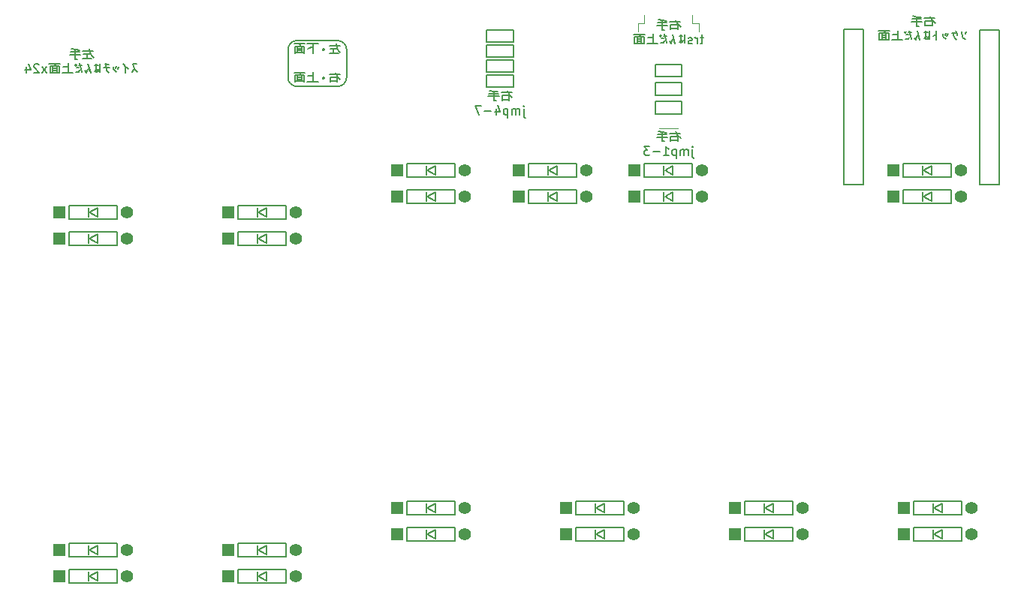
<source format=gbr>
%TF.GenerationSoftware,KiCad,Pcbnew,7.0.1*%
%TF.CreationDate,2025-02-28T04:26:42+09:00*%
%TF.ProjectId,bonyo4xs,626f6e79-6f34-4787-932e-6b696361645f,rev?*%
%TF.SameCoordinates,Original*%
%TF.FileFunction,Legend,Bot*%
%TF.FilePolarity,Positive*%
%FSLAX46Y46*%
G04 Gerber Fmt 4.6, Leading zero omitted, Abs format (unit mm)*
G04 Created by KiCad (PCBNEW 7.0.1) date 2025-02-28 04:26:42*
%MOMM*%
%LPD*%
G01*
G04 APERTURE LIST*
%ADD10C,0.150000*%
%ADD11C,0.120000*%
%ADD12R,1.397000X1.397000*%
%ADD13C,1.397000*%
G04 APERTURE END LIST*
D10*
X74700000Y-10100000D02*
X77700000Y-10100000D01*
X77700000Y-11500000D01*
X74700000Y-11500000D01*
X74700000Y-10100000D01*
X74700000Y-5900000D02*
X77700000Y-5900000D01*
X77700000Y-7300000D01*
X74700000Y-7300000D01*
X74700000Y-5900000D01*
X33300000Y-7400000D02*
G75*
G03*
X34300000Y-8400000I1000000J0D01*
G01*
X55700000Y-2000000D02*
X58700000Y-2000000D01*
X58700000Y-3400000D01*
X55700000Y-3400000D01*
X55700000Y-2000000D01*
X33300000Y-7400000D02*
X33300000Y-4228122D01*
X34300000Y-3228100D02*
G75*
G03*
X33300000Y-4228122I0J-1000000D01*
G01*
X39899978Y-4228122D02*
G75*
G03*
X38900000Y-3228122I-999978J22D01*
G01*
X55700000Y-5400000D02*
X58700000Y-5400000D01*
X58700000Y-6800000D01*
X55700000Y-6800000D01*
X55700000Y-5400000D01*
X111300000Y-2000000D02*
X113500000Y-2000000D01*
X113500000Y-19500000D01*
X111300000Y-19500000D01*
X111300000Y-2000000D01*
X55700000Y-3700000D02*
X58700000Y-3700000D01*
X58700000Y-5100000D01*
X55700000Y-5100000D01*
X55700000Y-3700000D01*
X55700000Y-7100000D02*
X58700000Y-7100000D01*
X58700000Y-8500000D01*
X55700000Y-8500000D01*
X55700000Y-7100000D01*
X74700000Y-8000000D02*
X77700000Y-8000000D01*
X77700000Y-9400000D01*
X74700000Y-9400000D01*
X74700000Y-8000000D01*
X39900000Y-4228122D02*
X39900000Y-7400000D01*
X34300000Y-3228122D02*
X38900000Y-3228122D01*
X96000000Y-1950000D02*
X98200000Y-1950000D01*
X98200000Y-19450000D01*
X96000000Y-19450000D01*
X96000000Y-1950000D01*
X38900000Y-8400000D02*
G75*
G03*
X39900000Y-7400000I0J1000000D01*
G01*
X38900000Y-8400000D02*
X34300000Y-8400000D01*
X11333332Y-4400476D02*
X10142856Y-4400476D01*
X10999999Y-4733809D02*
X10238094Y-4733809D01*
X11142856Y-5257619D02*
X10142856Y-5257619D01*
X10619047Y-4733809D02*
X10619047Y-5257619D01*
X10904761Y-4162380D02*
X10999999Y-4686190D01*
X10999999Y-4686190D02*
X11190475Y-5019523D01*
X11190475Y-5019523D02*
X11380951Y-5210000D01*
X9809523Y-4495714D02*
X8761904Y-4495714D01*
X9904761Y-4829047D02*
X8666666Y-4829047D01*
X8857142Y-4162380D02*
X9333333Y-4257619D01*
X9333333Y-4257619D02*
X9761904Y-4305238D01*
X9285714Y-4257619D02*
X9285714Y-5305238D01*
X9285714Y-5305238D02*
X9571428Y-5305238D01*
X16261903Y-5877619D02*
X15833332Y-5877619D01*
X15833332Y-5877619D02*
X15880951Y-6163333D01*
X15880951Y-6163333D02*
X15976189Y-6353809D01*
X15976189Y-6353809D02*
X16071427Y-6496666D01*
X16071427Y-6496666D02*
X16166665Y-6639523D01*
X16166665Y-6639523D02*
X16309522Y-6782380D01*
X15976189Y-6401428D02*
X15880951Y-6544285D01*
X15880951Y-6544285D02*
X15738094Y-6782380D01*
X14928570Y-6163333D02*
X14928570Y-6877619D01*
X14690475Y-5830000D02*
X14785713Y-5972857D01*
X14785713Y-5972857D02*
X14928570Y-6163333D01*
X14928570Y-6163333D02*
X15119046Y-6306190D01*
X15119046Y-6306190D02*
X15261903Y-6401428D01*
X14166665Y-6163333D02*
X14071427Y-6401428D01*
X13928570Y-6115714D02*
X13880951Y-6353809D01*
X13642856Y-6163333D02*
X13642856Y-6401428D01*
X13642856Y-6401428D02*
X13690475Y-6544285D01*
X13690475Y-6544285D02*
X13833332Y-6687142D01*
X13833332Y-6687142D02*
X13976189Y-6782380D01*
X13166665Y-6258571D02*
X12499999Y-6258571D01*
X12642856Y-5830000D02*
X12738094Y-5877619D01*
X12738094Y-5877619D02*
X12880951Y-5925238D01*
X12880951Y-5925238D02*
X13071427Y-5972857D01*
X12785713Y-5925238D02*
X12785713Y-6210952D01*
X12785713Y-6210952D02*
X12833332Y-6401428D01*
X12833332Y-6401428D02*
X12880951Y-6591904D01*
X12880951Y-6591904D02*
X12928570Y-6687142D01*
X12928570Y-6687142D02*
X13071427Y-6830000D01*
X11880951Y-6020476D02*
X11499999Y-6020476D01*
X11642856Y-5830000D02*
X11642856Y-6782380D01*
X11642856Y-6782380D02*
X11880951Y-6734761D01*
X11880951Y-6734761D02*
X11880951Y-6544285D01*
X11880951Y-6544285D02*
X11738094Y-6496666D01*
X11738094Y-6496666D02*
X11499999Y-6687142D01*
X12071427Y-5830000D02*
X12119046Y-6115714D01*
X12119046Y-6115714D02*
X12119046Y-6401428D01*
X12119046Y-6401428D02*
X12071427Y-6782380D01*
X12071427Y-6782380D02*
X12023808Y-6449047D01*
X10738094Y-5830000D02*
X11023808Y-6877619D01*
X11023808Y-6877619D02*
X10785713Y-6401428D01*
X10785713Y-6401428D02*
X10690475Y-6401428D01*
X10690475Y-6401428D02*
X10595237Y-6877619D01*
X10595237Y-6877619D02*
X10547618Y-6877619D01*
X10547618Y-6877619D02*
X10404761Y-6639523D01*
X10023808Y-6020476D02*
X9690475Y-6020476D01*
X9785713Y-5782380D02*
X10023808Y-6782380D01*
X9738094Y-6258571D02*
X9452380Y-6258571D01*
X9785713Y-6544285D02*
X9690475Y-6782380D01*
X9690475Y-6782380D02*
X9404761Y-6782380D01*
X9499999Y-5925238D02*
X9404761Y-6068095D01*
X9357142Y-5877619D02*
X9261904Y-6020476D01*
X8499999Y-6210952D02*
X7928570Y-6210952D01*
X9071427Y-6877619D02*
X7833332Y-6877619D01*
X8499999Y-5782380D02*
X8499999Y-6877619D01*
X7595237Y-5830000D02*
X6357142Y-5830000D01*
X7214285Y-6353809D02*
X6738095Y-6353809D01*
X7214285Y-6591904D02*
X6738095Y-6591904D01*
X7499999Y-6830000D02*
X6452380Y-6830000D01*
X7499999Y-6115714D02*
X7499999Y-6877619D01*
X7214285Y-6115714D02*
X7214285Y-6830000D01*
X6738095Y-6115714D02*
X6738095Y-6830000D01*
X7499999Y-6115714D02*
X6452380Y-6115714D01*
X6452380Y-6115714D02*
X6452380Y-6877619D01*
X6976190Y-5830000D02*
X7071428Y-6068095D01*
X6071428Y-6877619D02*
X5547619Y-6210952D01*
X6071428Y-6210952D02*
X5547619Y-6877619D01*
X5214285Y-5972857D02*
X5166666Y-5925238D01*
X5166666Y-5925238D02*
X5071428Y-5877619D01*
X5071428Y-5877619D02*
X4833333Y-5877619D01*
X4833333Y-5877619D02*
X4738095Y-5925238D01*
X4738095Y-5925238D02*
X4690476Y-5972857D01*
X4690476Y-5972857D02*
X4642857Y-6068095D01*
X4642857Y-6068095D02*
X4642857Y-6163333D01*
X4642857Y-6163333D02*
X4690476Y-6306190D01*
X4690476Y-6306190D02*
X5261904Y-6877619D01*
X5261904Y-6877619D02*
X4642857Y-6877619D01*
X3785714Y-6210952D02*
X3785714Y-6877619D01*
X4023809Y-5830000D02*
X4261904Y-6544285D01*
X4261904Y-6544285D02*
X3642857Y-6544285D01*
X106233332Y-700476D02*
X105042856Y-700476D01*
X105947618Y-1510000D02*
X105138094Y-1510000D01*
X105947618Y-986190D02*
X105947618Y-1557619D01*
X105995237Y-1033809D02*
X105138094Y-1033809D01*
X105138094Y-1033809D02*
X105138094Y-1557619D01*
X105947618Y-938571D02*
X106280951Y-1271904D01*
X105709523Y-510000D02*
X105995237Y-1033809D01*
X104709523Y-795714D02*
X103661904Y-795714D01*
X104804761Y-1129047D02*
X103566666Y-1129047D01*
X103757142Y-462380D02*
X104233333Y-557619D01*
X104233333Y-557619D02*
X104661904Y-605238D01*
X104185714Y-557619D02*
X104185714Y-1605238D01*
X104185714Y-1605238D02*
X104471428Y-1605238D01*
X109804760Y-2177619D02*
X109709522Y-2463333D01*
X109280951Y-2177619D02*
X109280951Y-2463333D01*
X109280951Y-2463333D02*
X109328570Y-2653809D01*
X109328570Y-2653809D02*
X109376189Y-2796666D01*
X109376189Y-2796666D02*
X109471427Y-2939523D01*
X109471427Y-2939523D02*
X109709522Y-3082380D01*
X108661903Y-2415714D02*
X108138094Y-2415714D01*
X108614284Y-2082380D02*
X108661903Y-2272857D01*
X108661903Y-2272857D02*
X108757141Y-2510952D01*
X108757141Y-2510952D02*
X108804760Y-2653809D01*
X108376189Y-2415714D02*
X108376189Y-2653809D01*
X108376189Y-2653809D02*
X108423808Y-2796666D01*
X108423808Y-2796666D02*
X108519046Y-2939523D01*
X108519046Y-2939523D02*
X108661903Y-3130000D01*
X107709522Y-2463333D02*
X107614284Y-2701428D01*
X107471427Y-2415714D02*
X107423808Y-2653809D01*
X107185713Y-2463333D02*
X107185713Y-2701428D01*
X107185713Y-2701428D02*
X107233332Y-2844285D01*
X107233332Y-2844285D02*
X107376189Y-2987142D01*
X107376189Y-2987142D02*
X107519046Y-3082380D01*
X106376189Y-2082380D02*
X106376189Y-3130000D01*
X106376189Y-2510952D02*
X106090475Y-2749047D01*
X105423808Y-2320476D02*
X105042856Y-2320476D01*
X105185713Y-2130000D02*
X105185713Y-3082380D01*
X105185713Y-3082380D02*
X105423808Y-3034761D01*
X105423808Y-3034761D02*
X105423808Y-2844285D01*
X105423808Y-2844285D02*
X105280951Y-2796666D01*
X105280951Y-2796666D02*
X105042856Y-2987142D01*
X105614284Y-2130000D02*
X105661903Y-2415714D01*
X105661903Y-2415714D02*
X105661903Y-2701428D01*
X105661903Y-2701428D02*
X105614284Y-3082380D01*
X105614284Y-3082380D02*
X105566665Y-2749047D01*
X104280951Y-2130000D02*
X104566665Y-3177619D01*
X104566665Y-3177619D02*
X104328570Y-2701428D01*
X104328570Y-2701428D02*
X104233332Y-2701428D01*
X104233332Y-2701428D02*
X104138094Y-3177619D01*
X104138094Y-3177619D02*
X104090475Y-3177619D01*
X104090475Y-3177619D02*
X103947618Y-2939523D01*
X103566665Y-2320476D02*
X103233332Y-2320476D01*
X103328570Y-2082380D02*
X103566665Y-3082380D01*
X103280951Y-2558571D02*
X102995237Y-2558571D01*
X103328570Y-2844285D02*
X103233332Y-3082380D01*
X103233332Y-3082380D02*
X102947618Y-3082380D01*
X103042856Y-2225238D02*
X102947618Y-2368095D01*
X102899999Y-2177619D02*
X102804761Y-2320476D01*
X102042856Y-2510952D02*
X101471427Y-2510952D01*
X102614284Y-3177619D02*
X101376189Y-3177619D01*
X102042856Y-2082380D02*
X102042856Y-3177619D01*
X101138094Y-2130000D02*
X99899999Y-2130000D01*
X100757142Y-2653809D02*
X100280952Y-2653809D01*
X100757142Y-2891904D02*
X100280952Y-2891904D01*
X101042856Y-3130000D02*
X99995237Y-3130000D01*
X101042856Y-2415714D02*
X101042856Y-3177619D01*
X100757142Y-2415714D02*
X100757142Y-3130000D01*
X100280952Y-2415714D02*
X100280952Y-3130000D01*
X101042856Y-2415714D02*
X99995237Y-2415714D01*
X99995237Y-2415714D02*
X99995237Y-3177619D01*
X100519047Y-2130000D02*
X100614285Y-2368095D01*
X39157142Y-3780476D02*
X37966666Y-3780476D01*
X38823809Y-4113809D02*
X38061904Y-4113809D01*
X38966666Y-4637619D02*
X37966666Y-4637619D01*
X38442857Y-4113809D02*
X38442857Y-4637619D01*
X38728571Y-3542380D02*
X38823809Y-4066190D01*
X38823809Y-4066190D02*
X39014285Y-4399523D01*
X39014285Y-4399523D02*
X39204761Y-4590000D01*
X37347619Y-4113809D02*
X37252381Y-4113809D01*
X37252381Y-4113809D02*
X37204762Y-4161428D01*
X37204762Y-4161428D02*
X37204762Y-4256666D01*
X37204762Y-4256666D02*
X37252381Y-4304285D01*
X37252381Y-4304285D02*
X37347619Y-4304285D01*
X37347619Y-4304285D02*
X37395238Y-4256666D01*
X37395238Y-4256666D02*
X37395238Y-4161428D01*
X37395238Y-4161428D02*
X37347619Y-4113809D01*
X36680952Y-3590000D02*
X35442857Y-3590000D01*
X36109524Y-3590000D02*
X36109524Y-4637619D01*
X36109524Y-3875714D02*
X35538095Y-4161428D01*
X35204762Y-3590000D02*
X33966667Y-3590000D01*
X34823810Y-4113809D02*
X34347620Y-4113809D01*
X34823810Y-4351904D02*
X34347620Y-4351904D01*
X35109524Y-4590000D02*
X34061905Y-4590000D01*
X35109524Y-3875714D02*
X35109524Y-4637619D01*
X34823810Y-3875714D02*
X34823810Y-4590000D01*
X34347620Y-3875714D02*
X34347620Y-4590000D01*
X35109524Y-3875714D02*
X34061905Y-3875714D01*
X34061905Y-3875714D02*
X34061905Y-4637619D01*
X34585715Y-3590000D02*
X34680953Y-3828095D01*
X39157142Y-7020476D02*
X37966666Y-7020476D01*
X38871428Y-7830000D02*
X38061904Y-7830000D01*
X38871428Y-7306190D02*
X38871428Y-7877619D01*
X38919047Y-7353809D02*
X38061904Y-7353809D01*
X38061904Y-7353809D02*
X38061904Y-7877619D01*
X38871428Y-7258571D02*
X39204761Y-7591904D01*
X38633333Y-6830000D02*
X38919047Y-7353809D01*
X37347619Y-7353809D02*
X37252381Y-7353809D01*
X37252381Y-7353809D02*
X37204762Y-7401428D01*
X37204762Y-7401428D02*
X37204762Y-7496666D01*
X37204762Y-7496666D02*
X37252381Y-7544285D01*
X37252381Y-7544285D02*
X37347619Y-7544285D01*
X37347619Y-7544285D02*
X37395238Y-7496666D01*
X37395238Y-7496666D02*
X37395238Y-7401428D01*
X37395238Y-7401428D02*
X37347619Y-7353809D01*
X36109524Y-7210952D02*
X35538095Y-7210952D01*
X36680952Y-7877619D02*
X35442857Y-7877619D01*
X36109524Y-6782380D02*
X36109524Y-7877619D01*
X35204762Y-6830000D02*
X33966667Y-6830000D01*
X34823810Y-7353809D02*
X34347620Y-7353809D01*
X34823810Y-7591904D02*
X34347620Y-7591904D01*
X35109524Y-7830000D02*
X34061905Y-7830000D01*
X35109524Y-7115714D02*
X35109524Y-7877619D01*
X34823810Y-7115714D02*
X34823810Y-7830000D01*
X34347620Y-7115714D02*
X34347620Y-7830000D01*
X35109524Y-7115714D02*
X34061905Y-7115714D01*
X34061905Y-7115714D02*
X34061905Y-7877619D01*
X34585715Y-6830000D02*
X34680953Y-7068095D01*
X77533332Y-13700476D02*
X76342856Y-13700476D01*
X77247618Y-14510000D02*
X76438094Y-14510000D01*
X77247618Y-13986190D02*
X77247618Y-14557619D01*
X77295237Y-14033809D02*
X76438094Y-14033809D01*
X76438094Y-14033809D02*
X76438094Y-14557619D01*
X77247618Y-13938571D02*
X77580951Y-14271904D01*
X77009523Y-13510000D02*
X77295237Y-14033809D01*
X76009523Y-13795714D02*
X74961904Y-13795714D01*
X76104761Y-14129047D02*
X74866666Y-14129047D01*
X75057142Y-13462380D02*
X75533333Y-13557619D01*
X75533333Y-13557619D02*
X75961904Y-13605238D01*
X75485714Y-13557619D02*
X75485714Y-14605238D01*
X75485714Y-14605238D02*
X75771428Y-14605238D01*
X78890475Y-15510952D02*
X78890475Y-16368095D01*
X78890475Y-16368095D02*
X78938094Y-16463333D01*
X78938094Y-16463333D02*
X79033332Y-16510952D01*
X79033332Y-16510952D02*
X79080951Y-16510952D01*
X78890475Y-15177619D02*
X78938094Y-15225238D01*
X78938094Y-15225238D02*
X78890475Y-15272857D01*
X78890475Y-15272857D02*
X78842856Y-15225238D01*
X78842856Y-15225238D02*
X78890475Y-15177619D01*
X78890475Y-15177619D02*
X78890475Y-15272857D01*
X78414285Y-16177619D02*
X78414285Y-15510952D01*
X78414285Y-15606190D02*
X78366666Y-15558571D01*
X78366666Y-15558571D02*
X78271428Y-15510952D01*
X78271428Y-15510952D02*
X78128571Y-15510952D01*
X78128571Y-15510952D02*
X78033333Y-15558571D01*
X78033333Y-15558571D02*
X77985714Y-15653809D01*
X77985714Y-15653809D02*
X77985714Y-16177619D01*
X77985714Y-15653809D02*
X77938095Y-15558571D01*
X77938095Y-15558571D02*
X77842857Y-15510952D01*
X77842857Y-15510952D02*
X77700000Y-15510952D01*
X77700000Y-15510952D02*
X77604761Y-15558571D01*
X77604761Y-15558571D02*
X77557142Y-15653809D01*
X77557142Y-15653809D02*
X77557142Y-16177619D01*
X77080952Y-15510952D02*
X77080952Y-16510952D01*
X77080952Y-15558571D02*
X76985714Y-15510952D01*
X76985714Y-15510952D02*
X76795238Y-15510952D01*
X76795238Y-15510952D02*
X76700000Y-15558571D01*
X76700000Y-15558571D02*
X76652381Y-15606190D01*
X76652381Y-15606190D02*
X76604762Y-15701428D01*
X76604762Y-15701428D02*
X76604762Y-15987142D01*
X76604762Y-15987142D02*
X76652381Y-16082380D01*
X76652381Y-16082380D02*
X76700000Y-16130000D01*
X76700000Y-16130000D02*
X76795238Y-16177619D01*
X76795238Y-16177619D02*
X76985714Y-16177619D01*
X76985714Y-16177619D02*
X77080952Y-16130000D01*
X75652381Y-16177619D02*
X76223809Y-16177619D01*
X75938095Y-16177619D02*
X75938095Y-15177619D01*
X75938095Y-15177619D02*
X76033333Y-15320476D01*
X76033333Y-15320476D02*
X76128571Y-15415714D01*
X76128571Y-15415714D02*
X76223809Y-15463333D01*
X75223809Y-15796666D02*
X74461905Y-15796666D01*
X74080952Y-15177619D02*
X73461905Y-15177619D01*
X73461905Y-15177619D02*
X73795238Y-15558571D01*
X73795238Y-15558571D02*
X73652381Y-15558571D01*
X73652381Y-15558571D02*
X73557143Y-15606190D01*
X73557143Y-15606190D02*
X73509524Y-15653809D01*
X73509524Y-15653809D02*
X73461905Y-15749047D01*
X73461905Y-15749047D02*
X73461905Y-15987142D01*
X73461905Y-15987142D02*
X73509524Y-16082380D01*
X73509524Y-16082380D02*
X73557143Y-16130000D01*
X73557143Y-16130000D02*
X73652381Y-16177619D01*
X73652381Y-16177619D02*
X73938095Y-16177619D01*
X73938095Y-16177619D02*
X74033333Y-16130000D01*
X74033333Y-16130000D02*
X74080952Y-16082380D01*
X58533332Y-9100476D02*
X57342856Y-9100476D01*
X58247618Y-9910000D02*
X57438094Y-9910000D01*
X58247618Y-9386190D02*
X58247618Y-9957619D01*
X58295237Y-9433809D02*
X57438094Y-9433809D01*
X57438094Y-9433809D02*
X57438094Y-9957619D01*
X58247618Y-9338571D02*
X58580951Y-9671904D01*
X58009523Y-8910000D02*
X58295237Y-9433809D01*
X57009523Y-9195714D02*
X55961904Y-9195714D01*
X57104761Y-9529047D02*
X55866666Y-9529047D01*
X56057142Y-8862380D02*
X56533333Y-8957619D01*
X56533333Y-8957619D02*
X56961904Y-9005238D01*
X56485714Y-8957619D02*
X56485714Y-10005238D01*
X56485714Y-10005238D02*
X56771428Y-10005238D01*
X59890475Y-10910952D02*
X59890475Y-11768095D01*
X59890475Y-11768095D02*
X59938094Y-11863333D01*
X59938094Y-11863333D02*
X60033332Y-11910952D01*
X60033332Y-11910952D02*
X60080951Y-11910952D01*
X59890475Y-10577619D02*
X59938094Y-10625238D01*
X59938094Y-10625238D02*
X59890475Y-10672857D01*
X59890475Y-10672857D02*
X59842856Y-10625238D01*
X59842856Y-10625238D02*
X59890475Y-10577619D01*
X59890475Y-10577619D02*
X59890475Y-10672857D01*
X59414285Y-11577619D02*
X59414285Y-10910952D01*
X59414285Y-11006190D02*
X59366666Y-10958571D01*
X59366666Y-10958571D02*
X59271428Y-10910952D01*
X59271428Y-10910952D02*
X59128571Y-10910952D01*
X59128571Y-10910952D02*
X59033333Y-10958571D01*
X59033333Y-10958571D02*
X58985714Y-11053809D01*
X58985714Y-11053809D02*
X58985714Y-11577619D01*
X58985714Y-11053809D02*
X58938095Y-10958571D01*
X58938095Y-10958571D02*
X58842857Y-10910952D01*
X58842857Y-10910952D02*
X58700000Y-10910952D01*
X58700000Y-10910952D02*
X58604761Y-10958571D01*
X58604761Y-10958571D02*
X58557142Y-11053809D01*
X58557142Y-11053809D02*
X58557142Y-11577619D01*
X58080952Y-10910952D02*
X58080952Y-11910952D01*
X58080952Y-10958571D02*
X57985714Y-10910952D01*
X57985714Y-10910952D02*
X57795238Y-10910952D01*
X57795238Y-10910952D02*
X57700000Y-10958571D01*
X57700000Y-10958571D02*
X57652381Y-11006190D01*
X57652381Y-11006190D02*
X57604762Y-11101428D01*
X57604762Y-11101428D02*
X57604762Y-11387142D01*
X57604762Y-11387142D02*
X57652381Y-11482380D01*
X57652381Y-11482380D02*
X57700000Y-11530000D01*
X57700000Y-11530000D02*
X57795238Y-11577619D01*
X57795238Y-11577619D02*
X57985714Y-11577619D01*
X57985714Y-11577619D02*
X58080952Y-11530000D01*
X56747619Y-10910952D02*
X56747619Y-11577619D01*
X56985714Y-10530000D02*
X57223809Y-11244285D01*
X57223809Y-11244285D02*
X56604762Y-11244285D01*
X56223809Y-11196666D02*
X55461905Y-11196666D01*
X55080952Y-10577619D02*
X54414286Y-10577619D01*
X54414286Y-10577619D02*
X54842857Y-11577619D01*
X77533332Y-1100476D02*
X76342856Y-1100476D01*
X77247618Y-1910000D02*
X76438094Y-1910000D01*
X77247618Y-1386190D02*
X77247618Y-1957619D01*
X77295237Y-1433809D02*
X76438094Y-1433809D01*
X76438094Y-1433809D02*
X76438094Y-1957619D01*
X77247618Y-1338571D02*
X77580951Y-1671904D01*
X77009523Y-910000D02*
X77295237Y-1433809D01*
X76009523Y-1195714D02*
X74961904Y-1195714D01*
X76104761Y-1529047D02*
X74866666Y-1529047D01*
X75057142Y-862380D02*
X75533333Y-957619D01*
X75533333Y-957619D02*
X75961904Y-1005238D01*
X75485714Y-957619D02*
X75485714Y-2005238D01*
X75485714Y-2005238D02*
X75771428Y-2005238D01*
X80152380Y-2910952D02*
X79771428Y-2910952D01*
X80009523Y-2577619D02*
X80009523Y-3434761D01*
X80009523Y-3434761D02*
X79961904Y-3530000D01*
X79961904Y-3530000D02*
X79866666Y-3577619D01*
X79866666Y-3577619D02*
X79771428Y-3577619D01*
X79438094Y-3577619D02*
X79438094Y-2910952D01*
X79438094Y-3101428D02*
X79390475Y-3006190D01*
X79390475Y-3006190D02*
X79342856Y-2958571D01*
X79342856Y-2958571D02*
X79247618Y-2910952D01*
X79247618Y-2910952D02*
X79152380Y-2910952D01*
X78866665Y-3530000D02*
X78771427Y-3577619D01*
X78771427Y-3577619D02*
X78580951Y-3577619D01*
X78580951Y-3577619D02*
X78485713Y-3530000D01*
X78485713Y-3530000D02*
X78438094Y-3434761D01*
X78438094Y-3434761D02*
X78438094Y-3387142D01*
X78438094Y-3387142D02*
X78485713Y-3291904D01*
X78485713Y-3291904D02*
X78580951Y-3244285D01*
X78580951Y-3244285D02*
X78723808Y-3244285D01*
X78723808Y-3244285D02*
X78819046Y-3196666D01*
X78819046Y-3196666D02*
X78866665Y-3101428D01*
X78866665Y-3101428D02*
X78866665Y-3053809D01*
X78866665Y-3053809D02*
X78819046Y-2958571D01*
X78819046Y-2958571D02*
X78723808Y-2910952D01*
X78723808Y-2910952D02*
X78580951Y-2910952D01*
X78580951Y-2910952D02*
X78485713Y-2958571D01*
X77819046Y-2720476D02*
X77438094Y-2720476D01*
X77580951Y-2530000D02*
X77580951Y-3482380D01*
X77580951Y-3482380D02*
X77819046Y-3434761D01*
X77819046Y-3434761D02*
X77819046Y-3244285D01*
X77819046Y-3244285D02*
X77676189Y-3196666D01*
X77676189Y-3196666D02*
X77438094Y-3387142D01*
X78009522Y-2530000D02*
X78057141Y-2815714D01*
X78057141Y-2815714D02*
X78057141Y-3101428D01*
X78057141Y-3101428D02*
X78009522Y-3482380D01*
X78009522Y-3482380D02*
X77961903Y-3149047D01*
X76676189Y-2530000D02*
X76961903Y-3577619D01*
X76961903Y-3577619D02*
X76723808Y-3101428D01*
X76723808Y-3101428D02*
X76628570Y-3101428D01*
X76628570Y-3101428D02*
X76533332Y-3577619D01*
X76533332Y-3577619D02*
X76485713Y-3577619D01*
X76485713Y-3577619D02*
X76342856Y-3339523D01*
X75961903Y-2720476D02*
X75628570Y-2720476D01*
X75723808Y-2482380D02*
X75961903Y-3482380D01*
X75676189Y-2958571D02*
X75390475Y-2958571D01*
X75723808Y-3244285D02*
X75628570Y-3482380D01*
X75628570Y-3482380D02*
X75342856Y-3482380D01*
X75438094Y-2625238D02*
X75342856Y-2768095D01*
X75295237Y-2577619D02*
X75199999Y-2720476D01*
X74438094Y-2910952D02*
X73866665Y-2910952D01*
X75009522Y-3577619D02*
X73771427Y-3577619D01*
X74438094Y-2482380D02*
X74438094Y-3577619D01*
X73533332Y-2530000D02*
X72295237Y-2530000D01*
X73152380Y-3053809D02*
X72676190Y-3053809D01*
X73152380Y-3291904D02*
X72676190Y-3291904D01*
X73438094Y-3530000D02*
X72390475Y-3530000D01*
X73438094Y-2815714D02*
X73438094Y-3577619D01*
X73152380Y-2815714D02*
X73152380Y-3530000D01*
X72676190Y-2815714D02*
X72676190Y-3530000D01*
X73438094Y-2815714D02*
X72390475Y-2815714D01*
X72390475Y-2815714D02*
X72390475Y-3577619D01*
X72914285Y-2530000D02*
X73009523Y-2768095D01*
%TO.C,D20*%
X27660963Y-62948491D02*
X33060963Y-62948491D01*
X27660963Y-64448491D02*
X27660963Y-62948491D01*
X29860963Y-64198491D02*
X29860963Y-63198491D01*
X29960963Y-63698491D02*
X30860963Y-64198491D01*
X30860963Y-63198491D02*
X29960963Y-63698491D01*
X30860963Y-64198491D02*
X30860963Y-63198491D01*
X33060963Y-62948491D02*
X33060963Y-64448491D01*
X33060963Y-64448491D02*
X27660963Y-64448491D01*
%TO.C,D13*%
X8610947Y-59971926D02*
X14010947Y-59971926D01*
X8610947Y-61471926D02*
X8610947Y-59971926D01*
X10810947Y-61221926D02*
X10810947Y-60221926D01*
X10910947Y-60721926D02*
X11810947Y-61221926D01*
X11810947Y-60221926D02*
X10910947Y-60721926D01*
X11810947Y-61221926D02*
X11810947Y-60221926D01*
X14010947Y-59971926D02*
X14010947Y-61471926D01*
X14010947Y-61471926D02*
X8610947Y-61471926D01*
%TO.C,D21*%
X46710979Y-58185987D02*
X52110979Y-58185987D01*
X46710979Y-59685987D02*
X46710979Y-58185987D01*
X48910979Y-59435987D02*
X48910979Y-58435987D01*
X49010979Y-58935987D02*
X49910979Y-59435987D01*
X49910979Y-58435987D02*
X49010979Y-58935987D01*
X49910979Y-59435987D02*
X49910979Y-58435987D01*
X52110979Y-58185987D02*
X52110979Y-59685987D01*
X52110979Y-59685987D02*
X46710979Y-59685987D01*
%TO.C,D16*%
X65760995Y-55209422D02*
X71160995Y-55209422D01*
X65760995Y-56709422D02*
X65760995Y-55209422D01*
X67960995Y-56459422D02*
X67960995Y-55459422D01*
X68060995Y-55959422D02*
X68960995Y-56459422D01*
X68960995Y-55459422D02*
X68060995Y-55959422D01*
X68960995Y-56459422D02*
X68960995Y-55459422D01*
X71160995Y-55209422D02*
X71160995Y-56709422D01*
X71160995Y-56709422D02*
X65760995Y-56709422D01*
%TO.C,D15*%
X46710979Y-55209422D02*
X52110979Y-55209422D01*
X46710979Y-56709422D02*
X46710979Y-55209422D01*
X48910979Y-56459422D02*
X48910979Y-55459422D01*
X49010979Y-55959422D02*
X49910979Y-56459422D01*
X49910979Y-55459422D02*
X49010979Y-55959422D01*
X49910979Y-56459422D02*
X49910979Y-55459422D01*
X52110979Y-55209422D02*
X52110979Y-56709422D01*
X52110979Y-56709422D02*
X46710979Y-56709422D01*
%TO.C,D12*%
X102670401Y-20085955D02*
X108070401Y-20085955D01*
X102670401Y-21585955D02*
X102670401Y-20085955D01*
X104870401Y-21335955D02*
X104870401Y-20335955D01*
X104970401Y-20835955D02*
X105870401Y-21335955D01*
X105870401Y-20335955D02*
X104970401Y-20835955D01*
X105870401Y-21335955D02*
X105870401Y-20335955D01*
X108070401Y-20085955D02*
X108070401Y-21585955D01*
X108070401Y-21585955D02*
X102670401Y-21585955D01*
%TO.C,D3*%
X46710979Y-17109382D02*
X52110979Y-17109382D01*
X46710979Y-18609382D02*
X46710979Y-17109382D01*
X48910979Y-18359382D02*
X48910979Y-17359382D01*
X49010979Y-17859382D02*
X49910979Y-18359382D01*
X49910979Y-17359382D02*
X49010979Y-17859382D01*
X49910979Y-18359382D02*
X49910979Y-17359382D01*
X52110979Y-17109382D02*
X52110979Y-18609382D01*
X52110979Y-18609382D02*
X46710979Y-18609382D01*
%TO.C,D11*%
X73500064Y-20085955D02*
X78900064Y-20085955D01*
X73500064Y-21585955D02*
X73500064Y-20085955D01*
X75700064Y-21335955D02*
X75700064Y-20335955D01*
X75800064Y-20835955D02*
X76700064Y-21335955D01*
X76700064Y-20335955D02*
X75800064Y-20835955D01*
X76700064Y-21335955D02*
X76700064Y-20335955D01*
X78900064Y-20085955D02*
X78900064Y-21585955D01*
X78900064Y-21585955D02*
X73500064Y-21585955D01*
%TO.C,D4*%
X60403178Y-17109390D02*
X65803178Y-17109390D01*
X60403178Y-18609390D02*
X60403178Y-17109390D01*
X62603178Y-18359390D02*
X62603178Y-17359390D01*
X62703178Y-17859390D02*
X63603178Y-18359390D01*
X63603178Y-17359390D02*
X62703178Y-17859390D01*
X63603178Y-18359390D02*
X63603178Y-17359390D01*
X65803178Y-17109390D02*
X65803178Y-18609390D01*
X65803178Y-18609390D02*
X60403178Y-18609390D01*
%TO.C,D23*%
X84811011Y-58185987D02*
X90211011Y-58185987D01*
X84811011Y-59685987D02*
X84811011Y-58185987D01*
X87011011Y-59435987D02*
X87011011Y-58435987D01*
X87111011Y-58935987D02*
X88011011Y-59435987D01*
X88011011Y-58435987D02*
X87111011Y-58935987D01*
X88011011Y-59435987D02*
X88011011Y-58435987D01*
X90211011Y-58185987D02*
X90211011Y-59685987D01*
X90211011Y-59685987D02*
X84811011Y-59685987D01*
%TO.C,D8*%
X27660963Y-24848459D02*
X33060963Y-24848459D01*
X27660963Y-26348459D02*
X27660963Y-24848459D01*
X29860963Y-26098459D02*
X29860963Y-25098459D01*
X29960963Y-25598459D02*
X30860963Y-26098459D01*
X30860963Y-25098459D02*
X29960963Y-25598459D01*
X30860963Y-26098459D02*
X30860963Y-25098459D01*
X33060963Y-24848459D02*
X33060963Y-26348459D01*
X33060963Y-26348459D02*
X27660963Y-26348459D01*
%TO.C,D5*%
X73500064Y-17109390D02*
X78900064Y-17109390D01*
X73500064Y-18609390D02*
X73500064Y-17109390D01*
X75700064Y-18359390D02*
X75700064Y-17359390D01*
X75800064Y-17859390D02*
X76700064Y-18359390D01*
X76700064Y-17359390D02*
X75800064Y-17859390D01*
X76700064Y-18359390D02*
X76700064Y-17359390D01*
X78900064Y-17109390D02*
X78900064Y-18609390D01*
X78900064Y-18609390D02*
X73500064Y-18609390D01*
%TO.C,D7*%
X8610947Y-24848459D02*
X14010947Y-24848459D01*
X8610947Y-26348459D02*
X8610947Y-24848459D01*
X10810947Y-26098459D02*
X10810947Y-25098459D01*
X10910947Y-25598459D02*
X11810947Y-26098459D01*
X11810947Y-25098459D02*
X10910947Y-25598459D01*
X11810947Y-26098459D02*
X11810947Y-25098459D01*
X14010947Y-24848459D02*
X14010947Y-26348459D01*
X14010947Y-26348459D02*
X8610947Y-26348459D01*
D11*
%TO.C,J1*%
X78900056Y-303122D02*
X78900056Y-1253122D01*
X73500056Y-303122D02*
X73500056Y-1253122D01*
X79650056Y-1253122D02*
X78900056Y-1253122D01*
X79650056Y-1253122D02*
X79650056Y-2203122D01*
X73500056Y-1253122D02*
X72750056Y-1253122D01*
X73500056Y-1253122D02*
X72750056Y-1253122D01*
X72750056Y-1253122D02*
X72750056Y-2203122D01*
X75150056Y-13153122D02*
X77250056Y-13153122D01*
D10*
%TO.C,D24*%
X103861027Y-58185987D02*
X109261027Y-58185987D01*
X103861027Y-59685987D02*
X103861027Y-58185987D01*
X106061027Y-59435987D02*
X106061027Y-58435987D01*
X106161027Y-58935987D02*
X107061027Y-59435987D01*
X107061027Y-58435987D02*
X106161027Y-58935987D01*
X107061027Y-59435987D02*
X107061027Y-58435987D01*
X109261027Y-58185987D02*
X109261027Y-59685987D01*
X109261027Y-59685987D02*
X103861027Y-59685987D01*
%TO.C,D10*%
X60403178Y-20085955D02*
X65803178Y-20085955D01*
X60403178Y-21585955D02*
X60403178Y-20085955D01*
X62603178Y-21335955D02*
X62603178Y-20335955D01*
X62703178Y-20835955D02*
X63603178Y-21335955D01*
X63603178Y-20335955D02*
X62703178Y-20835955D01*
X63603178Y-21335955D02*
X63603178Y-20335955D01*
X65803178Y-20085955D02*
X65803178Y-21585955D01*
X65803178Y-21585955D02*
X60403178Y-21585955D01*
%TO.C,D6*%
X102670401Y-17109382D02*
X108070401Y-17109382D01*
X102670401Y-18609382D02*
X102670401Y-17109382D01*
X104870401Y-18359382D02*
X104870401Y-17359382D01*
X104970401Y-17859382D02*
X105870401Y-18359382D01*
X105870401Y-17359382D02*
X104970401Y-17859382D01*
X105870401Y-18359382D02*
X105870401Y-17359382D01*
X108070401Y-17109382D02*
X108070401Y-18609382D01*
X108070401Y-18609382D02*
X102670401Y-18609382D01*
%TO.C,D14*%
X27660963Y-59971918D02*
X33060963Y-59971918D01*
X27660963Y-61471918D02*
X27660963Y-59971918D01*
X29860963Y-61221918D02*
X29860963Y-60221918D01*
X29960963Y-60721918D02*
X30860963Y-61221918D01*
X30860963Y-60221918D02*
X29960963Y-60721918D01*
X30860963Y-61221918D02*
X30860963Y-60221918D01*
X33060963Y-59971918D02*
X33060963Y-61471918D01*
X33060963Y-61471918D02*
X27660963Y-61471918D01*
%TO.C,D17*%
X84811011Y-55209422D02*
X90211011Y-55209422D01*
X84811011Y-56709422D02*
X84811011Y-55209422D01*
X87011011Y-56459422D02*
X87011011Y-55459422D01*
X87111011Y-55959422D02*
X88011011Y-56459422D01*
X88011011Y-55459422D02*
X87111011Y-55959422D01*
X88011011Y-56459422D02*
X88011011Y-55459422D01*
X90211011Y-55209422D02*
X90211011Y-56709422D01*
X90211011Y-56709422D02*
X84811011Y-56709422D01*
%TO.C,D2*%
X27660963Y-21871894D02*
X33060963Y-21871894D01*
X27660963Y-23371894D02*
X27660963Y-21871894D01*
X29860963Y-23121894D02*
X29860963Y-22121894D01*
X29960963Y-22621894D02*
X30860963Y-23121894D01*
X30860963Y-22121894D02*
X29960963Y-22621894D01*
X30860963Y-23121894D02*
X30860963Y-22121894D01*
X33060963Y-21871894D02*
X33060963Y-23371894D01*
X33060963Y-23371894D02*
X27660963Y-23371894D01*
%TO.C,D9*%
X46710979Y-20085955D02*
X52110979Y-20085955D01*
X46710979Y-21585955D02*
X46710979Y-20085955D01*
X48910979Y-21335955D02*
X48910979Y-20335955D01*
X49010979Y-20835955D02*
X49910979Y-21335955D01*
X49910979Y-20335955D02*
X49010979Y-20835955D01*
X49910979Y-21335955D02*
X49910979Y-20335955D01*
X52110979Y-20085955D02*
X52110979Y-21585955D01*
X52110979Y-21585955D02*
X46710979Y-21585955D01*
%TO.C,D18*%
X103861027Y-55209414D02*
X109261027Y-55209414D01*
X103861027Y-56709414D02*
X103861027Y-55209414D01*
X106061027Y-56459414D02*
X106061027Y-55459414D01*
X106161027Y-55959414D02*
X107061027Y-56459414D01*
X107061027Y-55459414D02*
X106161027Y-55959414D01*
X107061027Y-56459414D02*
X107061027Y-55459414D01*
X109261027Y-55209414D02*
X109261027Y-56709414D01*
X109261027Y-56709414D02*
X103861027Y-56709414D01*
%TO.C,D22*%
X65760995Y-58185987D02*
X71160995Y-58185987D01*
X65760995Y-59685987D02*
X65760995Y-58185987D01*
X67960995Y-59435987D02*
X67960995Y-58435987D01*
X68060995Y-58935987D02*
X68960995Y-59435987D01*
X68960995Y-58435987D02*
X68060995Y-58935987D01*
X68960995Y-59435987D02*
X68960995Y-58435987D01*
X71160995Y-58185987D02*
X71160995Y-59685987D01*
X71160995Y-59685987D02*
X65760995Y-59685987D01*
%TO.C,D1*%
X8610947Y-21871894D02*
X14010947Y-21871894D01*
X8610947Y-23371894D02*
X8610947Y-21871894D01*
X10810947Y-23121894D02*
X10810947Y-22121894D01*
X10910947Y-22621894D02*
X11810947Y-23121894D01*
X11810947Y-22121894D02*
X10910947Y-22621894D01*
X11810947Y-23121894D02*
X11810947Y-22121894D01*
X14010947Y-21871894D02*
X14010947Y-23371894D01*
X14010947Y-23371894D02*
X8610947Y-23371894D01*
%TO.C,D19*%
X8610947Y-62948491D02*
X14010947Y-62948491D01*
X8610947Y-64448491D02*
X8610947Y-62948491D01*
X10810947Y-64198491D02*
X10810947Y-63198491D01*
X10910947Y-63698491D02*
X11810947Y-64198491D01*
X11810947Y-63198491D02*
X10910947Y-63698491D01*
X11810947Y-64198491D02*
X11810947Y-63198491D01*
X14010947Y-62948491D02*
X14010947Y-64448491D01*
X14010947Y-64448491D02*
X8610947Y-64448491D01*
%TD*%
D12*
%TO.C,D20*%
X26550963Y-63698491D03*
D13*
X34170963Y-63698491D03*
%TD*%
D12*
%TO.C,D13*%
X7500947Y-60721926D03*
D13*
X15120947Y-60721926D03*
%TD*%
D12*
%TO.C,D21*%
X45600979Y-58935987D03*
D13*
X53220979Y-58935987D03*
%TD*%
D12*
%TO.C,D16*%
X64650995Y-55959422D03*
D13*
X72270995Y-55959422D03*
%TD*%
D12*
%TO.C,D15*%
X45600979Y-55959422D03*
D13*
X53220979Y-55959422D03*
%TD*%
D12*
%TO.C,D12*%
X101560401Y-20835955D03*
D13*
X109180401Y-20835955D03*
%TD*%
D12*
%TO.C,D3*%
X45600979Y-17859382D03*
D13*
X53220979Y-17859382D03*
%TD*%
D12*
%TO.C,D11*%
X72390064Y-20835955D03*
D13*
X80010064Y-20835955D03*
%TD*%
D12*
%TO.C,D4*%
X59293178Y-17859390D03*
D13*
X66913178Y-17859390D03*
%TD*%
D12*
%TO.C,D23*%
X83701011Y-58935987D03*
D13*
X91321011Y-58935987D03*
%TD*%
D12*
%TO.C,D8*%
X26550963Y-25598459D03*
D13*
X34170963Y-25598459D03*
%TD*%
D12*
%TO.C,D5*%
X72390064Y-17859390D03*
D13*
X80010064Y-17859390D03*
%TD*%
D12*
%TO.C,D7*%
X7500947Y-25598459D03*
D13*
X15120947Y-25598459D03*
%TD*%
D12*
%TO.C,D24*%
X102751027Y-58935987D03*
D13*
X110371027Y-58935987D03*
%TD*%
D12*
%TO.C,D10*%
X59293178Y-20835955D03*
D13*
X66913178Y-20835955D03*
%TD*%
D12*
%TO.C,D6*%
X101560401Y-17859382D03*
D13*
X109180401Y-17859382D03*
%TD*%
D12*
%TO.C,D14*%
X26550963Y-60721918D03*
D13*
X34170963Y-60721918D03*
%TD*%
D12*
%TO.C,D17*%
X83701011Y-55959422D03*
D13*
X91321011Y-55959422D03*
%TD*%
D12*
%TO.C,D2*%
X26550963Y-22621894D03*
D13*
X34170963Y-22621894D03*
%TD*%
D12*
%TO.C,D9*%
X45600979Y-20835955D03*
D13*
X53220979Y-20835955D03*
%TD*%
D12*
%TO.C,D18*%
X102751027Y-55959414D03*
D13*
X110371027Y-55959414D03*
%TD*%
D12*
%TO.C,D22*%
X64650995Y-58935987D03*
D13*
X72270995Y-58935987D03*
%TD*%
D12*
%TO.C,D1*%
X7500947Y-22621894D03*
D13*
X15120947Y-22621894D03*
%TD*%
D12*
%TO.C,D19*%
X7500947Y-63698491D03*
D13*
X15120947Y-63698491D03*
%TD*%
M02*

</source>
